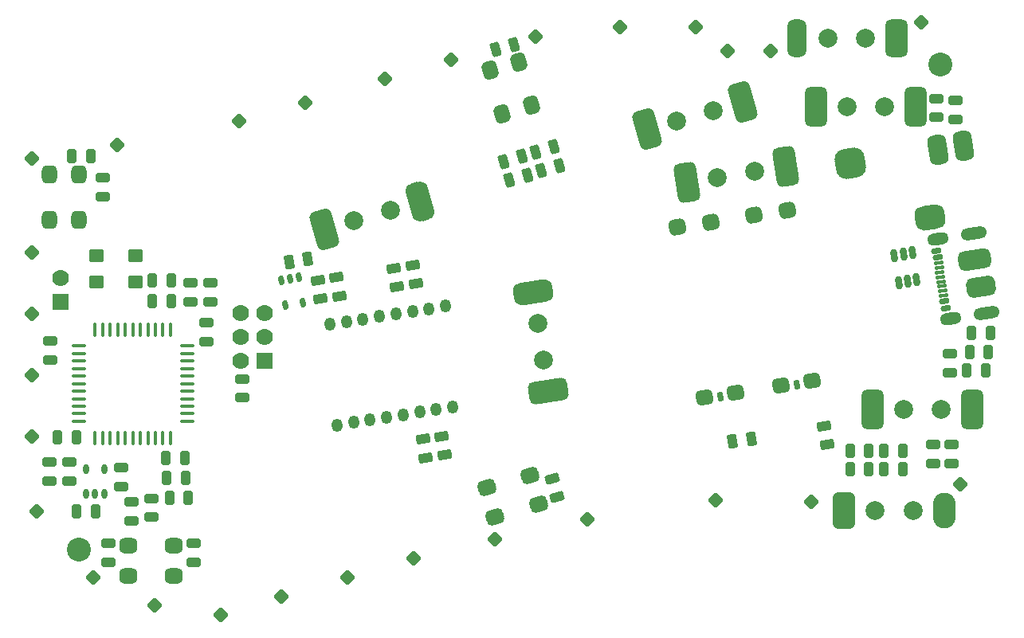
<source format=gbr>
%TF.GenerationSoftware,KiCad,Pcbnew,(6.0.10)*%
%TF.CreationDate,2023-01-19T12:32:56+01:00*%
%TF.ProjectId,QMKMouse,514d4b4d-6f75-4736-952e-6b696361645f,2.001*%
%TF.SameCoordinates,PX5c0b167PY839143b*%
%TF.FileFunction,Soldermask,Top*%
%TF.FilePolarity,Negative*%
%FSLAX45Y45*%
G04 Gerber Fmt 4.5, Leading zero omitted, Abs format (unit mm)*
G04 Created by KiCad (PCBNEW (6.0.10)) date 2023-01-19 12:32:56*
%MOMM*%
%LPD*%
G01*
G04 APERTURE LIST*
G04 Aperture macros list*
%AMRoundRect*
0 Rectangle with rounded corners*
0 $1 Rounding radius*
0 $2 $3 $4 $5 $6 $7 $8 $9 X,Y pos of 4 corners*
0 Add a 4 corners polygon primitive as box body*
4,1,4,$2,$3,$4,$5,$6,$7,$8,$9,$2,$3,0*
0 Add four circle primitives for the rounded corners*
1,1,$1+$1,$2,$3*
1,1,$1+$1,$4,$5*
1,1,$1+$1,$6,$7*
1,1,$1+$1,$8,$9*
0 Add four rect primitives between the rounded corners*
20,1,$1+$1,$2,$3,$4,$5,0*
20,1,$1+$1,$4,$5,$6,$7,0*
20,1,$1+$1,$6,$7,$8,$9,0*
20,1,$1+$1,$8,$9,$2,$3,0*%
%AMHorizOval*
0 Thick line with rounded ends*
0 $1 width*
0 $2 $3 position (X,Y) of the first rounded end (center of the circle)*
0 $4 $5 position (X,Y) of the second rounded end (center of the circle)*
0 Add line between two ends*
20,1,$1,$2,$3,$4,$5,0*
0 Add two circle primitives to create the rounded ends*
1,1,$1,$2,$3*
1,1,$1,$4,$5*%
G04 Aperture macros list end*
%ADD10RoundRect,0.150000X0.600000X0.350000X-0.600000X0.350000X-0.600000X-0.350000X0.600000X-0.350000X0*%
%ADD11RoundRect,0.101600X0.718420X0.000000X0.000000X0.718420X-0.718420X0.000000X0.000000X-0.718420X0*%
%ADD12RoundRect,0.150000X0.350000X-0.600000X0.350000X0.600000X-0.350000X0.600000X-0.350000X-0.600000X0*%
%ADD13RoundRect,0.150000X-0.350000X0.600000X-0.350000X-0.600000X0.350000X-0.600000X0.350000X0.600000X0*%
%ADD14R,1.778000X1.778000*%
%ADD15C,1.778000*%
%ADD16RoundRect,0.150000X0.500876X-0.481273X0.172387X0.672891X-0.500876X0.481273X-0.172387X-0.672891X0*%
%ADD17RoundRect,0.225000X-0.332685X0.023892X-0.309512X-0.124308X0.332685X-0.023892X0.309512X0.124308X0*%
%ADD18RoundRect,0.144500X-0.406889X-0.022630X-0.394375X-0.102658X0.406889X0.022630X0.394375X0.102658X0*%
%ADD19RoundRect,0.650000X-0.493997X-0.077243X-0.493997X-0.077243X0.493997X0.077243X0.493997X0.077243X0*%
%ADD20RoundRect,0.650000X-0.740996X-0.115865X-0.740996X-0.115865X0.740996X0.115865X0.740996X0.115865X0*%
%ADD21RoundRect,0.650000X-0.950990X0.256160X-0.827401X-0.534236X0.950990X-0.256160X0.827401X0.534236X0*%
%ADD22RoundRect,0.650000X1.148589X-0.225263X1.025000X0.565133X-1.148589X0.225263X-1.025000X-0.565133X0*%
%ADD23RoundRect,0.150000X0.538727X0.438489X-0.646867X0.253107X-0.538727X-0.438489X0.646867X-0.253107X0*%
%ADD24C,2.000000*%
%ADD25RoundRect,0.600000X-0.600000X-1.500000X0.600000X-1.500000X0.600000X1.500000X-0.600000X1.500000X0*%
%ADD26RoundRect,0.840000X1.300488X-0.161027X1.189259X0.550329X-1.300488X0.161027X-1.189259X-0.550329X0*%
%ADD27RoundRect,0.600000X1.574684X-0.361070X1.389302X0.824524X-1.574684X0.361070X-1.389302X-0.824524X0*%
%ADD28RoundRect,0.280000X-0.520000X-0.420000X0.520000X-0.420000X0.520000X0.420000X-0.520000X0.420000X0*%
%ADD29C,2.540000*%
%ADD30RoundRect,0.700000X0.157361X0.935541X-0.435436X0.842850X-0.157361X-0.935541X0.435436X-0.842850X0*%
%ADD31RoundRect,1.120000X0.400084X0.548391X-0.548391X0.400084X-0.400084X-0.548391X0.548391X-0.400084X0*%
%ADD32RoundRect,0.910000X0.621467X0.491914X-0.741966X0.278723X-0.621467X-0.491914X0.741966X-0.278723X0*%
%ADD33RoundRect,0.150000X-0.500876X0.481273X-0.172387X-0.672891X0.500876X-0.481273X0.172387X0.672891X0*%
%ADD34RoundRect,0.305000X-0.004364X0.383935X-0.113044X0.366942X0.004364X-0.383935X0.113044X-0.366942X0*%
%ADD35RoundRect,0.150000X-0.481273X-0.500876X0.672891X-0.172387X0.481273X0.500876X-0.672891X0.172387X0*%
%ADD36RoundRect,0.150000X-0.538727X-0.438489X0.646867X-0.253107X0.538727X0.438489X-0.646867X0.253107X0*%
%ADD37RoundRect,0.200000X-0.550000X0.000000X-0.550000X0.000000X0.550000X0.000000X0.550000X0.000000X0*%
%ADD38RoundRect,0.200000X0.000000X0.550000X0.000000X0.550000X0.000000X-0.550000X0.000000X-0.550000X0*%
%ADD39RoundRect,0.150000X-0.600000X-0.350000X0.600000X-0.350000X0.600000X0.350000X-0.600000X0.350000X0*%
%ADD40RoundRect,0.600000X0.361070X1.574684X-0.824524X1.389302X-0.361070X-1.574684X0.824524X-1.389302X0*%
%ADD41RoundRect,0.840000X-0.001336X-1.310419X0.691163X-1.113326X0.001336X1.310419X-0.691163X1.113326X0*%
%ADD42RoundRect,0.600000X-0.166471X-1.606950X0.987694X-1.278461X0.166471X1.606950X-0.987694X1.278461X0*%
%ADD43RoundRect,0.240000X0.060000X0.260000X-0.060000X0.260000X-0.060000X-0.260000X0.060000X-0.260000X0*%
%ADD44RoundRect,1.200000X0.000000X-0.700000X0.000000X-0.700000X0.000000X0.700000X0.000000X0.700000X0*%
%ADD45RoundRect,0.600000X-0.600000X-1.350000X0.600000X-1.350000X0.600000X1.350000X-0.600000X1.350000X0*%
%ADD46RoundRect,0.210000X-0.133720X0.272615X-0.044119X-0.300422X0.133720X-0.272615X0.044119X0.300422X0*%
%ADD47RoundRect,0.480000X-0.464393X0.251275X-0.365523X-0.381042X0.464393X-0.251275X0.365523X0.381042X0*%
%ADD48RoundRect,0.510000X0.300000X-0.450000X0.300000X0.450000X-0.300000X0.450000X-0.300000X-0.450000X0*%
%ADD49RoundRect,0.510000X0.411724X-0.350689X0.165358X0.514934X-0.411724X0.350689X-0.165358X-0.514934X0*%
%ADD50RoundRect,0.510000X0.437843X-0.275669X0.332793X0.396167X-0.437843X0.275669X-0.332793X-0.396167X0*%
%ADD51RoundRect,0.240000X-0.019114X-0.266148X0.099446X-0.247610X0.019114X0.266148X-0.099446X0.247610X0*%
%ADD52RoundRect,0.600000X-0.600000X-1.400000X0.600000X-1.400000X0.600000X1.400000X-0.600000X1.400000X0*%
%ADD53RoundRect,0.700000X-0.300000X-1.300000X0.300000X-1.300000X0.300000X1.300000X-0.300000X1.300000X0*%
%ADD54RoundRect,0.510000X-0.350689X-0.411724X0.514934X-0.165358X0.350689X0.411724X-0.514934X0.165358X0*%
%ADD55HorizOval,1.200000X-0.015449X0.098799X0.015449X-0.098799X0*%
%ADD56RoundRect,0.150000X0.438489X-0.538727X0.253107X0.646867X-0.438489X0.538727X-0.253107X-0.646867X0*%
%ADD57RoundRect,0.510000X0.450000X0.300000X-0.450000X0.300000X-0.450000X-0.300000X0.450000X-0.300000X0*%
%ADD58RoundRect,0.600000X0.166471X1.606950X-0.987694X1.278461X-0.166471X-1.606950X0.987694X-1.278461X0*%
%ADD59RoundRect,0.150000X-0.438489X0.538727X-0.253107X-0.646867X0.438489X-0.538727X0.253107X0.646867X0*%
G04 APERTURE END LIST*
D10*
%TO.C,REG.C.13*%
X335013Y1574742D03*
X335013Y1775222D03*
%TD*%
D11*
%TO.C,MCH.SP.10*%
X6400000Y6400000D03*
%TD*%
D12*
%TO.C,MCU.C.5*%
X1569759Y1819999D03*
X1770239Y1819999D03*
%TD*%
D11*
%TO.C,MCH.SP.5*%
X2350000Y5400000D03*
%TD*%
%TO.C,MCH.SP.17*%
X150000Y3350000D03*
%TD*%
D13*
%TO.C,LED.R.18*%
X770240Y5032500D03*
X569760Y5032500D03*
%TD*%
%TO.C,USB.R.13*%
X10310240Y2950000D03*
X10109760Y2950000D03*
%TD*%
D11*
%TO.C,MCH.SP.14*%
X2800000Y350000D03*
%TD*%
D14*
%TO.C,MCU.J.1*%
X2620000Y2849999D03*
D15*
X2366000Y2849999D03*
X2620000Y3103999D03*
X2366000Y3103999D03*
X2620000Y3357999D03*
X2366000Y3357999D03*
%TD*%
D10*
%TO.C,USB.R.9*%
X9960000Y5419760D03*
X9960000Y5620240D03*
%TD*%
D11*
%TO.C,MCH.SP.15*%
X8430000Y1350000D03*
%TD*%
%TO.C,MCH.SP.4*%
X4200000Y750000D03*
%TD*%
D16*
%TO.C,LED.C.25*%
X5073589Y6162560D03*
X5266411Y6217440D03*
%TD*%
D17*
%TO.C,USB.J.3*%
X9854702Y3412723D03*
X9843115Y3486822D03*
D18*
X9833846Y3546102D03*
X9826122Y3595502D03*
X9818397Y3644901D03*
X9810673Y3694301D03*
X9802949Y3743701D03*
X9795224Y3793101D03*
X9787500Y3842501D03*
X9779776Y3891900D03*
D17*
X9770507Y3951180D03*
X9758920Y4025280D03*
D19*
X9910598Y3297981D03*
X9777122Y4151608D03*
D20*
X10288507Y3357072D03*
D21*
X10230000Y3640000D03*
D22*
X10160000Y3930000D03*
D20*
X10155031Y4210699D03*
%TD*%
D11*
%TO.C,MCH.SP.26*%
X9600000Y6450000D03*
%TD*%
%TO.C,MCH.SP.23*%
X150000Y2700000D03*
%TD*%
D10*
%TO.C,MOS.R.5*%
X2000000Y3059759D03*
X2000000Y3260239D03*
%TD*%
D23*
%TO.C,MOS.R.3*%
X4333210Y1821564D03*
X4302239Y2019637D03*
%TD*%
D11*
%TO.C,MCH.SP.21*%
X150000Y4000000D03*
%TD*%
D10*
%TO.C,MCU.R.1*%
X1829999Y3479759D03*
X1829999Y3680239D03*
%TD*%
D24*
%TO.C,LBS.SW.2*%
X9807500Y2340000D03*
X9407500Y2340000D03*
D25*
X10137499Y2340000D03*
X9077500Y2340000D03*
%TD*%
D24*
%TO.C,BTN.SW.6*%
X5524103Y3252599D03*
X5585898Y2857401D03*
D26*
X5473124Y3578637D03*
D27*
X5636877Y2531363D03*
%TD*%
D28*
%TO.C,MCU.Y.1*%
X1250000Y3970000D03*
X829999Y3970000D03*
X829999Y3690000D03*
X1250000Y3690000D03*
%TD*%
D29*
%TO.C,MCH.FID.2*%
X9800000Y6000000D03*
%TD*%
D14*
%TO.C,MCU.J.4*%
X450000Y3480000D03*
D15*
X450000Y3734000D03*
%TD*%
D30*
%TO.C,USB.J.2*%
X10047254Y5138947D03*
D31*
X8841900Y4950474D03*
D32*
X9690000Y4380000D03*
D30*
X9770615Y5095691D03*
%TD*%
D33*
%TO.C,USB.R.11*%
X5354135Y5028041D03*
X5161313Y4973161D03*
%TD*%
D13*
%TO.C,USB.R.12*%
X10330240Y3150000D03*
X10129760Y3150000D03*
%TD*%
D34*
%TO.C,USB.Z.1*%
X9357082Y3684129D03*
X9450941Y3698806D03*
X9544801Y3713482D03*
X9500000Y4000000D03*
X9406141Y3985324D03*
X9312281Y3970648D03*
%TD*%
D13*
%TO.C,USB.R.6*%
X9040240Y1700000D03*
X8839760Y1700000D03*
%TD*%
D11*
%TO.C,MCH.SP.3*%
X7540000Y6150000D03*
%TD*%
D12*
%TO.C,MCU.C.9*%
X419760Y2040000D03*
X620240Y2040000D03*
%TD*%
D35*
%TO.C,LED.C.23*%
X5672560Y1596411D03*
X5727440Y1403589D03*
%TD*%
D36*
%TO.C,MOS.R.4*%
X4502238Y2049637D03*
X4533209Y1851564D03*
%TD*%
D37*
%TO.C,MCU.U.1*%
X1795000Y2209999D03*
X1795000Y2290000D03*
X1795000Y2370000D03*
X1795000Y2449999D03*
X1795000Y2530000D03*
X1795000Y2610000D03*
X1795000Y2689999D03*
X1795000Y2770000D03*
X1795000Y2849999D03*
X1795000Y2929999D03*
X1795000Y3010000D03*
D38*
X1620000Y3184999D03*
X1540000Y3184999D03*
X1460000Y3184999D03*
X1380000Y3184999D03*
X1300000Y3184999D03*
X1220000Y3184999D03*
X1140000Y3184999D03*
X1060000Y3184999D03*
X980000Y3184999D03*
X900000Y3184999D03*
X820000Y3184999D03*
D37*
X645000Y3010000D03*
X645000Y2929999D03*
X645000Y2849999D03*
X645000Y2770000D03*
X645000Y2689999D03*
X645000Y2610000D03*
X645000Y2530000D03*
X645000Y2449999D03*
X645000Y2370000D03*
X645000Y2290000D03*
X645000Y2209999D03*
D38*
X820000Y2034999D03*
X900000Y2034999D03*
X980000Y2034999D03*
X1060000Y2034999D03*
X1140000Y2034999D03*
X1220000Y2034999D03*
X1300000Y2034999D03*
X1380000Y2034999D03*
X1460000Y2034999D03*
X1540000Y2034999D03*
X1620000Y2034999D03*
%TD*%
D10*
%TO.C,REG.C.15*%
X1095013Y1514742D03*
X1095013Y1715222D03*
%TD*%
D11*
%TO.C,MCH.SP.18*%
X800000Y550000D03*
%TD*%
%TO.C,MCH.SP.28*%
X8000000Y6150000D03*
%TD*%
%TO.C,MCH.SP.22*%
X2150000Y150000D03*
%TD*%
%TO.C,MCH.SP.20*%
X3050000Y5600000D03*
%TD*%
D10*
%TO.C,LED.C.20*%
X960000Y709761D03*
X960000Y910240D03*
%TD*%
D11*
%TO.C,MCH.SP.1*%
X3500000Y550000D03*
%TD*%
D10*
%TO.C,LED.C.27*%
X900000Y4599760D03*
X900000Y4800240D03*
%TD*%
D39*
%TO.C,USB.FB.1*%
X9920000Y1960240D03*
X9920000Y1759760D03*
%TD*%
D11*
%TO.C,MCH.SP.8*%
X7200000Y6400000D03*
%TD*%
D13*
%TO.C,USB.FB.2*%
X9400240Y1700000D03*
X9199760Y1700000D03*
%TD*%
D36*
%TO.C,MOS.C.11*%
X4194514Y3869037D03*
X4225486Y3670964D03*
%TD*%
D33*
%TO.C,USB.FB.5*%
X5694375Y5128041D03*
X5501553Y5073161D03*
%TD*%
D39*
%TO.C,MCU.C.22*%
X2039999Y3680239D03*
X2039999Y3479760D03*
%TD*%
D11*
%TO.C,MCH.SP.19*%
X7410000Y1370000D03*
%TD*%
D13*
%TO.C,REG.C.12*%
X825253Y1254982D03*
X624773Y1254982D03*
%TD*%
D24*
%TO.C,BTN.SW.8*%
X7432400Y4804103D03*
X7827598Y4865898D03*
D40*
X7106362Y4753124D03*
X8153636Y4916878D03*
%TD*%
D10*
%TO.C,USB.R.15*%
X9900000Y2729760D03*
X9900000Y2930240D03*
%TD*%
D36*
%TO.C,SCW.R.3*%
X8564515Y2159037D03*
X8595486Y1960964D03*
%TD*%
D24*
%TO.C,BTN.SW.7*%
X3954861Y4452248D03*
X3570139Y4342752D03*
D41*
X4272255Y4542582D03*
D42*
X3252744Y4252417D03*
%TD*%
D10*
%TO.C,USB.R.8*%
X9760000Y5439760D03*
X9760000Y5640240D03*
%TD*%
D43*
%TO.C,REG.U.3*%
X725000Y1435000D03*
X820000Y1435000D03*
X914999Y1435000D03*
X914999Y1705000D03*
X725000Y1705000D03*
%TD*%
D11*
%TO.C,MCH.SP.7*%
X1050000Y5150000D03*
%TD*%
D39*
%TO.C,USB.C.19*%
X9720000Y1960240D03*
X9720000Y1759760D03*
%TD*%
D24*
%TO.C,BTN.SW.3*%
X9508894Y1259701D03*
X9108894Y1259701D03*
D44*
X9838893Y1259701D03*
D45*
X8778894Y1259701D03*
%TD*%
D46*
%TO.C,SCW.D.12*%
X8275827Y2597777D03*
D47*
X8440696Y2643800D03*
X8104304Y2591201D03*
%TD*%
D12*
%TO.C,MCU.C.6*%
X1429759Y3489999D03*
X1630239Y3489999D03*
%TD*%
D11*
%TO.C,MCH.SP.12*%
X5070000Y960000D03*
%TD*%
%TO.C,MCH.SP.25*%
X5500000Y6300000D03*
%TD*%
D48*
%TO.C,LED.D.7*%
X650000Y4830000D03*
X330000Y4830000D03*
X330000Y4350000D03*
X650000Y4350000D03*
%TD*%
D10*
%TO.C,REG.C.14*%
X545013Y1574742D03*
X545013Y1775222D03*
%TD*%
D36*
%TO.C,REG.C.18*%
X3184514Y3709036D03*
X3215486Y3510963D03*
%TD*%
D49*
%TO.C,LED.D.5*%
X5323181Y6029652D03*
X5015404Y5942055D03*
X5146800Y5480388D03*
X5454576Y5567985D03*
%TD*%
D36*
%TO.C,MOS.C.10*%
X3994514Y3839036D03*
X4025485Y3640963D03*
%TD*%
D11*
%TO.C,MCH.SP.24*%
X200000Y1250000D03*
%TD*%
%TO.C,MCH.SP.6*%
X150000Y2050000D03*
%TD*%
D50*
%TO.C,SCW.Qt.2*%
X7821923Y4399659D03*
X8178075Y4455348D03*
%TD*%
D11*
%TO.C,MCH.SP.11*%
X3900000Y5850000D03*
%TD*%
D12*
%TO.C,MCU.C.8*%
X1579759Y1609999D03*
X1780239Y1609999D03*
%TD*%
D11*
%TO.C,MCH.SP.2*%
X6050000Y1170000D03*
%TD*%
D10*
%TO.C,SCW.R.2*%
X1419999Y1189759D03*
X1419999Y1390239D03*
%TD*%
D51*
%TO.C,REG.U.4*%
X2983004Y3738055D03*
X2889145Y3723379D03*
X2795285Y3708703D03*
X2836996Y3441945D03*
X3024715Y3471297D03*
%TD*%
D46*
%TO.C,SCW.D.11*%
X7460826Y2470279D03*
D47*
X7625696Y2516301D03*
X7289303Y2463702D03*
%TD*%
D24*
%TO.C,BTN.SW.4*%
X8607500Y6285000D03*
X9007500Y6285000D03*
D52*
X9337499Y6285000D03*
D53*
X8277500Y6285000D03*
%TD*%
D11*
%TO.C,MCH.SP.13*%
X1450000Y250000D03*
%TD*%
D54*
%TO.C,LED.D.3*%
X5529611Y1326800D03*
X5442014Y1634576D03*
X4980347Y1503181D03*
X5067944Y1195404D03*
%TD*%
D13*
%TO.C,MCU.C.4*%
X1810239Y1399999D03*
X1609759Y1399999D03*
%TD*%
D33*
%TO.C,USB.R.10*%
X5414135Y4828041D03*
X5221313Y4773161D03*
%TD*%
D13*
%TO.C,USB.R.7*%
X9040240Y1900000D03*
X8839760Y1900000D03*
%TD*%
D29*
%TO.C,MCH.FID.1*%
X650000Y850000D03*
%TD*%
D11*
%TO.C,MCH.SP.16*%
X4600000Y6050000D03*
%TD*%
D50*
%TO.C,SCW.Qt.1*%
X7006924Y4272154D03*
X7363075Y4327843D03*
%TD*%
D10*
%TO.C,SCW.R.4*%
X1210000Y1149759D03*
X1210000Y1350239D03*
%TD*%
D36*
%TO.C,REG.C.17*%
X3384514Y3739037D03*
X3415486Y3540964D03*
%TD*%
D55*
%TO.C,MOS.U.2*%
X4542535Y3433388D03*
X4366869Y3405921D03*
X4191204Y3378453D03*
X4015538Y3350985D03*
X3839873Y3323518D03*
X3664207Y3296050D03*
X3488541Y3268582D03*
X3312876Y3241115D03*
X3390344Y2170226D03*
X3566009Y2197694D03*
X3741675Y2225162D03*
X3917340Y2252629D03*
X4093005Y2280097D03*
X4268671Y2307565D03*
X4444336Y2335033D03*
X4620002Y2362500D03*
%TD*%
D39*
%TO.C,LED.R.16*%
X1870000Y910240D03*
X1870000Y709761D03*
%TD*%
D56*
%TO.C,REG.C.16*%
X2880963Y3904515D03*
X3079036Y3935486D03*
%TD*%
D57*
%TO.C,LED.D.1*%
X1175023Y885010D03*
X1175023Y565010D03*
X1655023Y565010D03*
X1655023Y885010D03*
%TD*%
D24*
%TO.C,BTN.SW.5*%
X7384861Y5512248D03*
X7000139Y5402752D03*
D58*
X6682745Y5312418D03*
X7702256Y5602583D03*
%TD*%
D24*
%TO.C,LBS.SW.1*%
X8807500Y5555000D03*
X9207500Y5555000D03*
D25*
X9537499Y5555000D03*
X8477500Y5555000D03*
%TD*%
D11*
%TO.C,MCH.SP.9*%
X150000Y5000000D03*
%TD*%
D13*
%TO.C,USB.R.14*%
X10280240Y2750000D03*
X10079760Y2750000D03*
%TD*%
D10*
%TO.C,MCU.R.20*%
X340000Y2859760D03*
X340000Y3060240D03*
%TD*%
D33*
%TO.C,USB.FB.4*%
X5754135Y4928040D03*
X5561313Y4873161D03*
%TD*%
D13*
%TO.C,USB.FB.3*%
X9400240Y1900000D03*
X9199760Y1900000D03*
%TD*%
D10*
%TO.C,MCU.C.1*%
X2380000Y2459760D03*
X2380000Y2660240D03*
%TD*%
D59*
%TO.C,SCW.R.1*%
X7789037Y2025486D03*
X7590964Y1994514D03*
%TD*%
D11*
%TO.C,MCH.SP.27*%
X10010000Y1540000D03*
%TD*%
D12*
%TO.C,MCU.C.7*%
X1429759Y3709999D03*
X1630239Y3709999D03*
%TD*%
M02*

</source>
